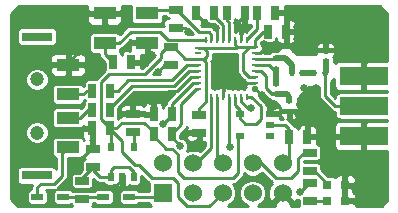
<source format=gtl>
G04 (created by PCBNEW (2013-07-07 BZR 4022)-stable) date 2015/9/10 11:53:31*
%MOIN*%
G04 Gerber Fmt 3.4, Leading zero omitted, Abs format*
%FSLAX34Y34*%
G01*
G70*
G90*
G04 APERTURE LIST*
%ADD10C,0.00590551*%
%ADD11R,0.045X0.025*%
%ADD12R,0.025X0.045*%
%ADD13R,0.16X0.06*%
%ADD14R,0.0748X0.0433*%
%ADD15R,0.0236X0.0098*%
%ADD16R,0.0098X0.0236*%
%ADD17R,0.02X0.03*%
%ADD18R,0.03X0.02*%
%ADD19R,0.06X0.06*%
%ADD20C,0.06*%
%ADD21R,0.0394X0.0236*%
%ADD22R,0.0314X0.0314*%
%ADD23R,0.0768X0.0402*%
%ADD24R,0.1024X0.0315*%
%ADD25C,0.0472*%
%ADD26R,0.0236X0.0157*%
%ADD27R,0.0157X0.0236*%
%ADD28C,0.025*%
%ADD29C,0.01*%
%ADD30C,0.02*%
G04 APERTURE END LIST*
G54D10*
G54D11*
X10236Y-5694D03*
X10236Y-5094D03*
X10236Y-6717D03*
X10236Y-6117D03*
G54D12*
X5615Y-3819D03*
X5015Y-3819D03*
X8480Y-433D03*
X9080Y-433D03*
X5615Y-4488D03*
X5015Y-4488D03*
X3568Y-3031D03*
X2968Y-3031D03*
X3568Y-3661D03*
X2968Y-3661D03*
G54D11*
X2638Y-6039D03*
X2638Y-6639D03*
G54D13*
X12028Y-3543D03*
X12028Y-2543D03*
X12028Y-4543D03*
G54D14*
X3385Y-453D03*
X4803Y-453D03*
X3385Y-1437D03*
X4803Y-1437D03*
G54D15*
X6495Y-1593D03*
X6495Y-1790D03*
X6495Y-1987D03*
X6495Y-2184D03*
X6495Y-2380D03*
X6495Y-2577D03*
X6495Y-2774D03*
X6495Y-2971D03*
G54D16*
X7537Y-3227D03*
X7733Y-3227D03*
X7930Y-3227D03*
X8127Y-3227D03*
X6750Y-3227D03*
X6947Y-3227D03*
X7144Y-3227D03*
X7340Y-3227D03*
G54D15*
X8383Y-2969D03*
X8384Y-2772D03*
X8384Y-2576D03*
X8384Y-2379D03*
X8384Y-2182D03*
X8384Y-1985D03*
X8384Y-1788D03*
X8384Y-1591D03*
G54D16*
X8128Y-1336D03*
X7931Y-1336D03*
X7734Y-1336D03*
X7538Y-1336D03*
X7341Y-1336D03*
X7144Y-1336D03*
X6947Y-1336D03*
X6750Y-1336D03*
G54D17*
X3601Y-5894D03*
X4351Y-5894D03*
X3601Y-4894D03*
X3976Y-5894D03*
X4351Y-4894D03*
G54D18*
X8886Y-4548D03*
X8886Y-3798D03*
X7886Y-4548D03*
X8886Y-4173D03*
X7886Y-3798D03*
G54D11*
X2992Y-5576D03*
X2992Y-4976D03*
X4331Y-4394D03*
X4331Y-3794D03*
G54D12*
X3568Y-4291D03*
X2968Y-4291D03*
G54D19*
X5323Y-6445D03*
G54D20*
X5323Y-5445D03*
X6323Y-6445D03*
X6323Y-5445D03*
X7323Y-6445D03*
X7323Y-5445D03*
X8323Y-6445D03*
X8323Y-5445D03*
X9323Y-6445D03*
X9323Y-5445D03*
G54D12*
X7456Y-433D03*
X8056Y-433D03*
X7032Y-433D03*
X6432Y-433D03*
X3676Y-2087D03*
X4276Y-2087D03*
G54D11*
X5748Y-330D03*
X5748Y-930D03*
X5591Y-1590D03*
X5591Y-2190D03*
X6535Y-3834D03*
X6535Y-4434D03*
G54D12*
X8834Y-1063D03*
X9434Y-1063D03*
G54D21*
X2008Y-6575D03*
X1142Y-6575D03*
X3347Y-6575D03*
X4213Y-6575D03*
G54D22*
X10807Y-6181D03*
X11397Y-6181D03*
X10807Y-6693D03*
X11397Y-6693D03*
G54D23*
X2165Y-3149D03*
X2165Y-3937D03*
X2165Y-2165D03*
X2165Y-4921D03*
G54D24*
X1132Y-1232D03*
X1117Y-5854D03*
G54D25*
X1132Y-2657D03*
X1132Y-4429D03*
G54D26*
X9547Y-3366D03*
X9547Y-3720D03*
G54D27*
X10728Y-2441D03*
X10374Y-2441D03*
G54D26*
X10748Y-2027D03*
X10748Y-1673D03*
X9094Y-1949D03*
X9094Y-2303D03*
G54D27*
X9980Y-2441D03*
X9626Y-2441D03*
G54D26*
X9094Y-3149D03*
X9094Y-2795D03*
G54D12*
X9543Y-4567D03*
X10143Y-4567D03*
G54D28*
X7559Y-4921D03*
X5315Y-4134D03*
X5906Y-4882D03*
X2520Y-1732D03*
X7323Y-2874D03*
X6457Y-4764D03*
X10039Y-2953D03*
X5157Y-2402D03*
X11300Y-5400D03*
X4331Y-3386D03*
X3701Y-6260D03*
X9900Y-400D03*
X12400Y-900D03*
X7795Y-787D03*
X9823Y-3799D03*
X9800Y-1300D03*
X4685Y-2087D03*
X6181Y-1063D03*
X11772Y-6417D03*
X3425Y-906D03*
X10433Y-2953D03*
X8071Y-984D03*
X10900Y-400D03*
X9055Y-3543D03*
X10433Y-3346D03*
X7992Y-2756D03*
X12700Y-5400D03*
X12400Y-1900D03*
X10300Y-1700D03*
X10800Y-5400D03*
X12700Y-5900D03*
X12300Y-6700D03*
X12300Y-5400D03*
X10800Y-4900D03*
X10827Y-3740D03*
X11772Y-6732D03*
X12700Y-6400D03*
X9800Y-1700D03*
X11400Y-1900D03*
X10236Y-4134D03*
X6732Y-787D03*
X11800Y-5400D03*
X12400Y-400D03*
X8622Y-3189D03*
X10039Y-3543D03*
X2795Y-2165D03*
X12400Y-1400D03*
X4961Y-1850D03*
X9449Y-433D03*
X11400Y-400D03*
X10400Y-400D03*
X9800Y-900D03*
X11900Y-400D03*
X5362Y-3201D03*
X7087Y-945D03*
X8696Y-1490D03*
X11900Y-1900D03*
X10800Y-4400D03*
X4882Y-3386D03*
X2480Y-5433D03*
X8268Y-3622D03*
X9882Y-6417D03*
G54D29*
X8071Y-4134D02*
X7886Y-3949D01*
X8425Y-4134D02*
X8071Y-4134D01*
X8583Y-3976D02*
X8425Y-4134D01*
X7886Y-3673D02*
X7733Y-3520D01*
X7886Y-3798D02*
X7886Y-3673D01*
X8583Y-3543D02*
X8583Y-3976D01*
X7733Y-3520D02*
X7733Y-3227D01*
X7886Y-3949D02*
X7886Y-3798D01*
X8127Y-3227D02*
X8267Y-3227D01*
X8267Y-3227D02*
X8583Y-3543D01*
X8594Y-5445D02*
X9094Y-5945D01*
X7537Y-4899D02*
X7559Y-4921D01*
X9843Y-5275D02*
X10024Y-5094D01*
X9094Y-5945D02*
X9606Y-5945D01*
X9843Y-5708D02*
X9843Y-5275D01*
X8323Y-5445D02*
X8594Y-5445D01*
X9606Y-5945D02*
X9843Y-5708D01*
X10024Y-5094D02*
X10236Y-5094D01*
X7537Y-3227D02*
X7537Y-4899D01*
X7144Y-5266D02*
X7323Y-5445D01*
X7144Y-3227D02*
X7144Y-5266D01*
X5615Y-3819D02*
X5615Y-3834D01*
X6495Y-2774D02*
X6320Y-2774D01*
X5615Y-3479D02*
X5615Y-3819D01*
X6320Y-2774D02*
X5615Y-3479D01*
X5615Y-3834D02*
X5315Y-4134D01*
X5615Y-4591D02*
X5906Y-4882D01*
X6495Y-2971D02*
X6439Y-2971D01*
X5945Y-4158D02*
X5615Y-4488D01*
X5945Y-3465D02*
X5945Y-4158D01*
X6439Y-2971D02*
X5945Y-3465D01*
X5615Y-4488D02*
X5615Y-4591D01*
X6947Y-4943D02*
X6445Y-5445D01*
X6445Y-5445D02*
X6323Y-5445D01*
X6947Y-3227D02*
X6947Y-4943D01*
X3568Y-3597D02*
X4291Y-2874D01*
X5710Y-2874D02*
X6204Y-2380D01*
X6204Y-2380D02*
X6495Y-2380D01*
X4291Y-2874D02*
X5710Y-2874D01*
X3568Y-3661D02*
X3568Y-3597D01*
X3819Y-3031D02*
X4173Y-2677D01*
X4173Y-2677D02*
X5630Y-2677D01*
X5630Y-2677D02*
X6123Y-2184D01*
X6123Y-2184D02*
X6495Y-2184D01*
X3568Y-3031D02*
X3819Y-3031D01*
X8662Y-1063D02*
X8834Y-1063D01*
X6495Y-1987D02*
X6672Y-1987D01*
X5276Y-1929D02*
X5276Y-1771D01*
X8384Y-1341D02*
X8662Y-1063D01*
X8186Y-2576D02*
X7990Y-2380D01*
X8208Y-1591D02*
X8384Y-1591D01*
X6535Y-3622D02*
X6750Y-3407D01*
X7835Y-5787D02*
X7835Y-4599D01*
X3544Y-2480D02*
X4725Y-2480D01*
X4684Y-4094D02*
X5015Y-4425D01*
X7811Y-1591D02*
X8384Y-1591D01*
X6809Y-1711D02*
X6809Y-1887D01*
X3601Y-4894D02*
X3601Y-4324D01*
X4527Y-5512D02*
X4960Y-5945D01*
X3601Y-4324D02*
X3568Y-4291D01*
X6672Y-1987D02*
X6750Y-2065D01*
X6750Y-3407D02*
X6750Y-3227D01*
X6023Y-5945D02*
X7677Y-5945D01*
X5684Y-1590D02*
X6081Y-1987D01*
X5827Y-5158D02*
X5827Y-5749D01*
X3976Y-4094D02*
X4684Y-4094D01*
X7734Y-1336D02*
X7734Y-1514D01*
X5827Y-5749D02*
X6023Y-5945D01*
X6142Y-6890D02*
X6878Y-6890D01*
X5015Y-4543D02*
X5433Y-4961D01*
X5669Y-5945D02*
X5827Y-6103D01*
X4960Y-5945D02*
X5669Y-5945D01*
X6709Y-1987D02*
X6495Y-1987D01*
X5433Y-4961D02*
X5630Y-4961D01*
X3976Y-5078D02*
X4410Y-5512D01*
X7990Y-2380D02*
X7990Y-1809D01*
X3568Y-4291D02*
X3568Y-4316D01*
X5827Y-6103D02*
X5827Y-6575D01*
X8384Y-1591D02*
X8384Y-1341D01*
X6691Y-1593D02*
X6809Y-1711D01*
X5457Y-1590D02*
X5591Y-1590D01*
X8384Y-2576D02*
X8186Y-2576D01*
X4725Y-2480D02*
X5276Y-1929D01*
X3568Y-4277D02*
X3268Y-3977D01*
X5276Y-1771D02*
X5457Y-1590D01*
X3568Y-4291D02*
X3779Y-4291D01*
X6750Y-2065D02*
X6750Y-3227D01*
X3976Y-4724D02*
X3976Y-5078D01*
X7835Y-4599D02*
X7886Y-4548D01*
X5015Y-4425D02*
X5015Y-4488D01*
X3268Y-3977D02*
X3268Y-2756D01*
X7677Y-5945D02*
X7835Y-5787D01*
X4410Y-5512D02*
X4527Y-5512D01*
X6878Y-6890D02*
X7323Y-6445D01*
X3568Y-4291D02*
X3568Y-4277D01*
X5827Y-6575D02*
X6142Y-6890D01*
X6495Y-1593D02*
X6691Y-1593D01*
X6809Y-1887D02*
X6709Y-1987D01*
X6535Y-3834D02*
X6535Y-3622D01*
X3268Y-2756D02*
X3544Y-2480D01*
X7809Y-1593D02*
X7811Y-1591D01*
X3779Y-4291D02*
X3976Y-4094D01*
X5630Y-4961D02*
X5827Y-5158D01*
X5591Y-1590D02*
X5684Y-1590D01*
X7734Y-1514D02*
X7811Y-1591D01*
X3568Y-4316D02*
X3976Y-4724D01*
X6495Y-1593D02*
X7809Y-1593D01*
X7990Y-1809D02*
X8208Y-1591D01*
X6081Y-1987D02*
X6495Y-1987D01*
X5015Y-4488D02*
X5015Y-4543D01*
X2937Y-4976D02*
X2480Y-5433D01*
X6495Y-2577D02*
X6253Y-2577D01*
X9800Y-1700D02*
X9800Y-1300D01*
X7931Y-1124D02*
X8071Y-984D01*
X5015Y-3819D02*
X5015Y-3519D01*
X7144Y-1336D02*
X7144Y-1002D01*
X5748Y-930D02*
X6048Y-930D01*
X7144Y-1002D02*
X7087Y-945D01*
X10400Y-400D02*
X9900Y-400D01*
X2165Y-2165D02*
X2795Y-2165D01*
X8383Y-2969D02*
X8402Y-2969D01*
X6432Y-433D02*
X6432Y-487D01*
X8886Y-3798D02*
X8886Y-3712D01*
X6432Y-487D02*
X6732Y-787D01*
X5015Y-3519D02*
X4882Y-3386D01*
X10721Y-1700D02*
X10748Y-1673D01*
X4803Y-1692D02*
X4961Y-1850D01*
X11279Y-1673D02*
X10748Y-1673D01*
X11400Y-400D02*
X10900Y-400D01*
X8056Y-526D02*
X7795Y-787D01*
X4803Y-1437D02*
X4803Y-1692D01*
X7931Y-1336D02*
X7931Y-1124D01*
X8384Y-2772D02*
X8008Y-2772D01*
X2992Y-4976D02*
X2937Y-4976D01*
X12400Y-1400D02*
X12400Y-900D01*
X3385Y-866D02*
X3425Y-906D01*
X9823Y-3799D02*
X9823Y-3759D01*
X5591Y-2190D02*
X5369Y-2190D01*
X3976Y-5894D02*
X3976Y-5985D01*
X9547Y-3720D02*
X9744Y-3720D01*
X6048Y-930D02*
X6181Y-1063D01*
X10039Y-2953D02*
X10433Y-2953D01*
X8558Y-1788D02*
X8696Y-1650D01*
X7340Y-3227D02*
X7340Y-2891D01*
X9800Y-900D02*
X9637Y-1063D01*
X8008Y-2772D02*
X7992Y-2756D01*
X5516Y-3047D02*
X5362Y-3201D01*
X9823Y-3759D02*
X10039Y-3543D01*
X11397Y-6181D02*
X11536Y-6181D01*
X6253Y-2577D02*
X5783Y-3047D01*
X4331Y-3794D02*
X4331Y-3386D01*
X2165Y-2087D02*
X2520Y-1732D01*
X8056Y-433D02*
X8056Y-526D01*
X9744Y-3720D02*
X9823Y-3799D01*
X3385Y-453D02*
X3385Y-866D01*
X7340Y-2891D02*
X7323Y-2874D01*
X10433Y-3346D02*
X10827Y-3740D01*
X8886Y-3712D02*
X9055Y-3543D01*
X10120Y-3720D02*
X9547Y-3720D01*
X11397Y-6693D02*
X11733Y-6693D01*
X3976Y-5985D02*
X3701Y-6260D01*
X10800Y-4400D02*
X10120Y-3720D01*
X11900Y-1900D02*
X12400Y-1900D01*
X12400Y-400D02*
X11900Y-400D01*
X10800Y-4900D02*
X10800Y-5400D01*
X10143Y-4567D02*
X10143Y-4227D01*
X11733Y-6693D02*
X11772Y-6732D01*
X11536Y-6181D02*
X11772Y-6417D01*
X10300Y-1700D02*
X10721Y-1700D01*
X12268Y-6732D02*
X11772Y-6732D01*
X5783Y-3047D02*
X5516Y-3047D01*
X12300Y-5400D02*
X12700Y-5400D01*
X12300Y-6700D02*
X12268Y-6732D01*
X11300Y-5400D02*
X11800Y-5400D01*
X10143Y-4227D02*
X10236Y-4134D01*
X12700Y-5900D02*
X12700Y-6400D01*
X4276Y-2087D02*
X4685Y-2087D01*
X9449Y-433D02*
X9080Y-433D01*
X11400Y-1794D02*
X11279Y-1673D01*
X6535Y-4686D02*
X6457Y-4764D01*
X8384Y-1788D02*
X8558Y-1788D01*
X5369Y-2190D02*
X5157Y-2402D01*
X2165Y-2165D02*
X2165Y-2087D01*
X9637Y-1063D02*
X9434Y-1063D01*
X8696Y-1650D02*
X8696Y-1490D01*
X11400Y-1900D02*
X11400Y-1794D01*
X8402Y-2969D02*
X8622Y-3189D01*
X6535Y-4434D02*
X6535Y-4686D01*
X6850Y-1063D02*
X6535Y-1063D01*
X6947Y-1336D02*
X6947Y-1160D01*
X5748Y-330D02*
X4926Y-330D01*
X6535Y-1063D02*
X5802Y-330D01*
X4926Y-330D02*
X4803Y-453D01*
X5802Y-330D02*
X5748Y-330D01*
X6947Y-1160D02*
X6850Y-1063D01*
X4252Y-1063D02*
X3878Y-1437D01*
X3878Y-1437D02*
X3385Y-1437D01*
X5236Y-1063D02*
X4252Y-1063D01*
X5509Y-1336D02*
X5236Y-1063D01*
X3385Y-1437D02*
X3385Y-1796D01*
X6750Y-1336D02*
X5509Y-1336D01*
X3385Y-1796D02*
X3676Y-2087D01*
X2678Y-3149D02*
X2796Y-3031D01*
X2165Y-3149D02*
X2678Y-3149D01*
X2796Y-3031D02*
X2968Y-3031D01*
X2165Y-3937D02*
X2559Y-3937D01*
X2835Y-3661D02*
X2968Y-3661D01*
X2559Y-3937D02*
X2835Y-3661D01*
X4351Y-4894D02*
X4351Y-4414D01*
X4351Y-4414D02*
X4331Y-4394D01*
X1969Y-5866D02*
X1969Y-5117D01*
X1969Y-5117D02*
X2165Y-4921D01*
X1693Y-6142D02*
X1969Y-5866D01*
X1259Y-6142D02*
X1693Y-6142D01*
X1142Y-6575D02*
X1142Y-6259D01*
X1142Y-6259D02*
X1259Y-6142D01*
X5193Y-6575D02*
X5323Y-6445D01*
X4213Y-6575D02*
X5193Y-6575D01*
X7538Y-767D02*
X7456Y-685D01*
X7456Y-685D02*
X7456Y-433D01*
X7538Y-1336D02*
X7538Y-767D01*
X7032Y-536D02*
X7341Y-845D01*
X7341Y-845D02*
X7341Y-1336D01*
X7032Y-433D02*
X7032Y-536D01*
X8128Y-1336D02*
X8128Y-1321D01*
X8480Y-969D02*
X8480Y-433D01*
X8128Y-1321D02*
X8480Y-969D01*
X9058Y-1985D02*
X9094Y-1949D01*
G54D30*
X9094Y-1949D02*
X9390Y-1949D01*
X9626Y-2185D02*
X9626Y-2441D01*
G54D29*
X8384Y-1985D02*
X9058Y-1985D01*
G54D30*
X9390Y-1949D02*
X9626Y-2185D01*
X9980Y-2441D02*
X10374Y-2441D01*
X9094Y-2303D02*
X9094Y-2795D01*
G54D29*
X8384Y-2182D02*
X8875Y-2182D01*
X8875Y-2182D02*
X8996Y-2303D01*
X8996Y-2303D02*
X9094Y-2303D01*
X7930Y-3227D02*
X7930Y-3402D01*
X8150Y-3622D02*
X8268Y-3622D01*
X9882Y-6417D02*
X10182Y-6117D01*
X7930Y-3402D02*
X8150Y-3622D01*
X10182Y-6117D02*
X10236Y-6117D01*
X10783Y-6717D02*
X10807Y-6693D01*
X10236Y-6717D02*
X10783Y-6717D01*
X10379Y-5694D02*
X10807Y-6122D01*
X10236Y-5694D02*
X10379Y-5694D01*
X10807Y-6122D02*
X10807Y-6181D01*
X11062Y-3543D02*
X12028Y-3543D01*
G54D30*
X10748Y-2421D02*
X10728Y-2441D01*
G54D29*
X10728Y-2441D02*
X10728Y-3209D01*
G54D30*
X10748Y-2027D02*
X10748Y-2421D01*
G54D29*
X10728Y-3209D02*
X11062Y-3543D01*
X2638Y-5930D02*
X2992Y-5576D01*
X4351Y-5729D02*
X4351Y-5894D01*
X4213Y-5591D02*
X4351Y-5729D01*
X3601Y-5690D02*
X3700Y-5591D01*
X3700Y-5591D02*
X4213Y-5591D01*
X2992Y-5576D02*
X2992Y-5670D01*
X3216Y-5894D02*
X3601Y-5894D01*
X2992Y-5670D02*
X3216Y-5894D01*
X2638Y-6039D02*
X2638Y-5930D01*
X3601Y-5894D02*
X3601Y-5690D01*
X2008Y-6575D02*
X2574Y-6575D01*
X2574Y-6575D02*
X2638Y-6639D01*
X3347Y-6575D02*
X2702Y-6575D01*
X2702Y-6575D02*
X2638Y-6639D01*
X9543Y-4306D02*
X9543Y-4567D01*
X8886Y-4173D02*
X9410Y-4173D01*
X9543Y-4567D02*
X9543Y-5225D01*
X9410Y-4173D02*
X9543Y-4306D01*
X9543Y-5225D02*
X9323Y-5445D01*
X9094Y-3149D02*
X8976Y-3149D01*
X8600Y-2379D02*
X8384Y-2379D01*
X8780Y-2559D02*
X8600Y-2379D01*
X8780Y-2953D02*
X8780Y-2559D01*
X8976Y-3149D02*
X8780Y-2953D01*
G54D30*
X9094Y-3149D02*
X9448Y-3149D01*
X9547Y-3248D02*
X9547Y-3366D01*
X9448Y-3149D02*
X9547Y-3248D01*
G54D10*
G36*
X4927Y-6862D02*
X2977Y-6862D01*
X2990Y-6849D01*
X3012Y-6793D01*
X3012Y-6775D01*
X3021Y-6775D01*
X3022Y-6777D01*
X3064Y-6820D01*
X3120Y-6842D01*
X3179Y-6843D01*
X3573Y-6843D01*
X3628Y-6820D01*
X3671Y-6778D01*
X3693Y-6722D01*
X3694Y-6663D01*
X3694Y-6427D01*
X3671Y-6372D01*
X3629Y-6329D01*
X3573Y-6307D01*
X3514Y-6306D01*
X3120Y-6306D01*
X3065Y-6329D01*
X3022Y-6371D01*
X3021Y-6375D01*
X2919Y-6375D01*
X2892Y-6364D01*
X2833Y-6363D01*
X2383Y-6363D01*
X2356Y-6375D01*
X2333Y-6375D01*
X2332Y-6372D01*
X2290Y-6329D01*
X2234Y-6307D01*
X2175Y-6306D01*
X1799Y-6306D01*
X1834Y-6283D01*
X2110Y-6007D01*
X2153Y-5942D01*
X2153Y-5942D01*
X2156Y-5929D01*
X2168Y-5866D01*
X2169Y-5866D01*
X2169Y-5272D01*
X2578Y-5272D01*
X2632Y-5249D01*
X2653Y-5270D01*
X2727Y-5300D01*
X2737Y-5300D01*
X2682Y-5323D01*
X2639Y-5365D01*
X2617Y-5421D01*
X2616Y-5480D01*
X2616Y-5668D01*
X2521Y-5763D01*
X2383Y-5763D01*
X2328Y-5786D01*
X2285Y-5828D01*
X2263Y-5884D01*
X2262Y-5943D01*
X2262Y-6193D01*
X2285Y-6248D01*
X2327Y-6291D01*
X2383Y-6313D01*
X2442Y-6314D01*
X2892Y-6314D01*
X2947Y-6291D01*
X2990Y-6249D01*
X3012Y-6193D01*
X3013Y-6134D01*
X3013Y-5973D01*
X3074Y-6035D01*
X3074Y-6035D01*
X3117Y-6064D01*
X3139Y-6078D01*
X3139Y-6078D01*
X3215Y-6093D01*
X3216Y-6094D01*
X3359Y-6094D01*
X3373Y-6128D01*
X3415Y-6171D01*
X3471Y-6193D01*
X3530Y-6194D01*
X3730Y-6194D01*
X3739Y-6190D01*
X3762Y-6213D01*
X3836Y-6244D01*
X3876Y-6244D01*
X3926Y-6194D01*
X3926Y-5944D01*
X3918Y-5944D01*
X3918Y-5844D01*
X3926Y-5844D01*
X3926Y-5836D01*
X4026Y-5836D01*
X4026Y-5844D01*
X4033Y-5844D01*
X4033Y-5944D01*
X4026Y-5944D01*
X4026Y-6194D01*
X4076Y-6244D01*
X4115Y-6244D01*
X4189Y-6213D01*
X4212Y-6190D01*
X4221Y-6193D01*
X4280Y-6194D01*
X4480Y-6194D01*
X4535Y-6171D01*
X4578Y-6129D01*
X4600Y-6073D01*
X4601Y-6014D01*
X4601Y-5868D01*
X4818Y-6086D01*
X4873Y-6122D01*
X4872Y-6174D01*
X4872Y-6375D01*
X4538Y-6375D01*
X4537Y-6372D01*
X4495Y-6329D01*
X4439Y-6307D01*
X4380Y-6306D01*
X3986Y-6306D01*
X3931Y-6329D01*
X3888Y-6371D01*
X3866Y-6427D01*
X3865Y-6486D01*
X3865Y-6722D01*
X3888Y-6777D01*
X3930Y-6820D01*
X3986Y-6842D01*
X4045Y-6843D01*
X4439Y-6843D01*
X4494Y-6820D01*
X4537Y-6778D01*
X4538Y-6775D01*
X4873Y-6775D01*
X4895Y-6829D01*
X4927Y-6862D01*
X4927Y-6862D01*
G37*
G54D29*
X4927Y-6862D02*
X2977Y-6862D01*
X2990Y-6849D01*
X3012Y-6793D01*
X3012Y-6775D01*
X3021Y-6775D01*
X3022Y-6777D01*
X3064Y-6820D01*
X3120Y-6842D01*
X3179Y-6843D01*
X3573Y-6843D01*
X3628Y-6820D01*
X3671Y-6778D01*
X3693Y-6722D01*
X3694Y-6663D01*
X3694Y-6427D01*
X3671Y-6372D01*
X3629Y-6329D01*
X3573Y-6307D01*
X3514Y-6306D01*
X3120Y-6306D01*
X3065Y-6329D01*
X3022Y-6371D01*
X3021Y-6375D01*
X2919Y-6375D01*
X2892Y-6364D01*
X2833Y-6363D01*
X2383Y-6363D01*
X2356Y-6375D01*
X2333Y-6375D01*
X2332Y-6372D01*
X2290Y-6329D01*
X2234Y-6307D01*
X2175Y-6306D01*
X1799Y-6306D01*
X1834Y-6283D01*
X2110Y-6007D01*
X2153Y-5942D01*
X2153Y-5942D01*
X2156Y-5929D01*
X2168Y-5866D01*
X2169Y-5866D01*
X2169Y-5272D01*
X2578Y-5272D01*
X2632Y-5249D01*
X2653Y-5270D01*
X2727Y-5300D01*
X2737Y-5300D01*
X2682Y-5323D01*
X2639Y-5365D01*
X2617Y-5421D01*
X2616Y-5480D01*
X2616Y-5668D01*
X2521Y-5763D01*
X2383Y-5763D01*
X2328Y-5786D01*
X2285Y-5828D01*
X2263Y-5884D01*
X2262Y-5943D01*
X2262Y-6193D01*
X2285Y-6248D01*
X2327Y-6291D01*
X2383Y-6313D01*
X2442Y-6314D01*
X2892Y-6314D01*
X2947Y-6291D01*
X2990Y-6249D01*
X3012Y-6193D01*
X3013Y-6134D01*
X3013Y-5973D01*
X3074Y-6035D01*
X3074Y-6035D01*
X3117Y-6064D01*
X3139Y-6078D01*
X3139Y-6078D01*
X3215Y-6093D01*
X3216Y-6094D01*
X3359Y-6094D01*
X3373Y-6128D01*
X3415Y-6171D01*
X3471Y-6193D01*
X3530Y-6194D01*
X3730Y-6194D01*
X3739Y-6190D01*
X3762Y-6213D01*
X3836Y-6244D01*
X3876Y-6244D01*
X3926Y-6194D01*
X3926Y-5944D01*
X3918Y-5944D01*
X3918Y-5844D01*
X3926Y-5844D01*
X3926Y-5836D01*
X4026Y-5836D01*
X4026Y-5844D01*
X4033Y-5844D01*
X4033Y-5944D01*
X4026Y-5944D01*
X4026Y-6194D01*
X4076Y-6244D01*
X4115Y-6244D01*
X4189Y-6213D01*
X4212Y-6190D01*
X4221Y-6193D01*
X4280Y-6194D01*
X4480Y-6194D01*
X4535Y-6171D01*
X4578Y-6129D01*
X4600Y-6073D01*
X4601Y-6014D01*
X4601Y-5868D01*
X4818Y-6086D01*
X4873Y-6122D01*
X4872Y-6174D01*
X4872Y-6375D01*
X4538Y-6375D01*
X4537Y-6372D01*
X4495Y-6329D01*
X4439Y-6307D01*
X4380Y-6306D01*
X3986Y-6306D01*
X3931Y-6329D01*
X3888Y-6371D01*
X3866Y-6427D01*
X3865Y-6486D01*
X3865Y-6722D01*
X3888Y-6777D01*
X3930Y-6820D01*
X3986Y-6842D01*
X4045Y-6843D01*
X4439Y-6843D01*
X4494Y-6820D01*
X4537Y-6778D01*
X4538Y-6775D01*
X4873Y-6775D01*
X4895Y-6829D01*
X4927Y-6862D01*
G54D10*
G36*
X5068Y-1853D02*
X4753Y-2169D01*
X4642Y-2280D01*
X4601Y-2280D01*
X4601Y-2272D01*
X4601Y-2187D01*
X4551Y-2137D01*
X4326Y-2137D01*
X4326Y-2144D01*
X4226Y-2144D01*
X4226Y-2137D01*
X4218Y-2137D01*
X4218Y-2037D01*
X4226Y-2037D01*
X4226Y-2029D01*
X4326Y-2029D01*
X4326Y-2037D01*
X4551Y-2037D01*
X4601Y-1987D01*
X4601Y-1901D01*
X4600Y-1853D01*
X4703Y-1853D01*
X4753Y-1803D01*
X4753Y-1487D01*
X4279Y-1487D01*
X4229Y-1537D01*
X4228Y-1613D01*
X4229Y-1662D01*
X4225Y-1662D01*
X4225Y-1711D01*
X4176Y-1662D01*
X4111Y-1661D01*
X4037Y-1692D01*
X3981Y-1748D01*
X3951Y-1822D01*
X3951Y-1832D01*
X3928Y-1777D01*
X3887Y-1735D01*
X3908Y-1683D01*
X3909Y-1630D01*
X3954Y-1621D01*
X4019Y-1578D01*
X4244Y-1352D01*
X4279Y-1387D01*
X4753Y-1387D01*
X4753Y-1379D01*
X4853Y-1379D01*
X4853Y-1387D01*
X4860Y-1387D01*
X4860Y-1487D01*
X4853Y-1487D01*
X4853Y-1803D01*
X4903Y-1853D01*
X5068Y-1853D01*
X5068Y-1853D01*
G37*
G54D29*
X5068Y-1853D02*
X4753Y-2169D01*
X4642Y-2280D01*
X4601Y-2280D01*
X4601Y-2272D01*
X4601Y-2187D01*
X4551Y-2137D01*
X4326Y-2137D01*
X4326Y-2144D01*
X4226Y-2144D01*
X4226Y-2137D01*
X4218Y-2137D01*
X4218Y-2037D01*
X4226Y-2037D01*
X4226Y-2029D01*
X4326Y-2029D01*
X4326Y-2037D01*
X4551Y-2037D01*
X4601Y-1987D01*
X4601Y-1901D01*
X4600Y-1853D01*
X4703Y-1853D01*
X4753Y-1803D01*
X4753Y-1487D01*
X4279Y-1487D01*
X4229Y-1537D01*
X4228Y-1613D01*
X4229Y-1662D01*
X4225Y-1662D01*
X4225Y-1711D01*
X4176Y-1662D01*
X4111Y-1661D01*
X4037Y-1692D01*
X3981Y-1748D01*
X3951Y-1822D01*
X3951Y-1832D01*
X3928Y-1777D01*
X3887Y-1735D01*
X3908Y-1683D01*
X3909Y-1630D01*
X3954Y-1621D01*
X4019Y-1578D01*
X4244Y-1352D01*
X4279Y-1387D01*
X4753Y-1387D01*
X4753Y-1379D01*
X4853Y-1379D01*
X4853Y-1387D01*
X4860Y-1387D01*
X4860Y-1487D01*
X4853Y-1487D01*
X4853Y-1803D01*
X4903Y-1853D01*
X5068Y-1853D01*
G54D10*
G36*
X5245Y-2477D02*
X5010Y-2477D01*
X5165Y-2321D01*
X5165Y-2354D01*
X5196Y-2428D01*
X5245Y-2477D01*
X5245Y-2477D01*
G37*
G54D29*
X5245Y-2477D02*
X5010Y-2477D01*
X5165Y-2321D01*
X5165Y-2354D01*
X5196Y-2428D01*
X5245Y-2477D01*
G54D10*
G36*
X5522Y-604D02*
X5483Y-605D01*
X5409Y-635D01*
X5353Y-691D01*
X5322Y-765D01*
X5323Y-830D01*
X5372Y-879D01*
X5323Y-879D01*
X5323Y-885D01*
X5312Y-878D01*
X5236Y-863D01*
X4252Y-863D01*
X4188Y-875D01*
X4175Y-878D01*
X4110Y-921D01*
X3959Y-1073D01*
X3959Y-629D01*
X3959Y-553D01*
X3909Y-503D01*
X3435Y-503D01*
X3435Y-819D01*
X3485Y-869D01*
X3798Y-869D01*
X3872Y-839D01*
X3928Y-782D01*
X3958Y-709D01*
X3959Y-629D01*
X3959Y-1073D01*
X3889Y-1142D01*
X3886Y-1135D01*
X3844Y-1093D01*
X3788Y-1070D01*
X3729Y-1070D01*
X3335Y-1070D01*
X3335Y-819D01*
X3335Y-503D01*
X2861Y-503D01*
X2811Y-553D01*
X2810Y-629D01*
X2811Y-709D01*
X2841Y-782D01*
X2897Y-839D01*
X2971Y-869D01*
X3285Y-869D01*
X3335Y-819D01*
X3335Y-1070D01*
X2981Y-1070D01*
X2926Y-1093D01*
X2883Y-1135D01*
X2861Y-1190D01*
X2860Y-1250D01*
X2860Y-1683D01*
X2883Y-1738D01*
X2925Y-1780D01*
X2981Y-1803D01*
X3040Y-1803D01*
X3186Y-1803D01*
X3200Y-1872D01*
X3243Y-1937D01*
X3400Y-2094D01*
X3400Y-2340D01*
X3126Y-2614D01*
X3098Y-2656D01*
X3063Y-2655D01*
X2813Y-2655D01*
X2758Y-2678D01*
X2749Y-2687D01*
X2749Y-2405D01*
X2749Y-1924D01*
X2718Y-1850D01*
X2662Y-1794D01*
X2588Y-1764D01*
X2509Y-1763D01*
X2265Y-1764D01*
X2215Y-1814D01*
X2215Y-2115D01*
X2699Y-2115D01*
X2749Y-2065D01*
X2749Y-1924D01*
X2749Y-2405D01*
X2749Y-2265D01*
X2699Y-2215D01*
X2215Y-2215D01*
X2215Y-2516D01*
X2265Y-2566D01*
X2509Y-2566D01*
X2588Y-2565D01*
X2662Y-2535D01*
X2718Y-2479D01*
X2749Y-2405D01*
X2749Y-2687D01*
X2715Y-2720D01*
X2693Y-2776D01*
X2692Y-2835D01*
X2692Y-2863D01*
X2680Y-2872D01*
X2676Y-2863D01*
X2634Y-2820D01*
X2578Y-2798D01*
X2519Y-2797D01*
X2115Y-2797D01*
X2115Y-2516D01*
X2115Y-2215D01*
X2115Y-2115D01*
X2115Y-1814D01*
X2065Y-1764D01*
X1820Y-1763D01*
X1794Y-1763D01*
X1794Y-1359D01*
X1794Y-1044D01*
X1771Y-989D01*
X1729Y-947D01*
X1673Y-924D01*
X1614Y-924D01*
X590Y-924D01*
X535Y-947D01*
X492Y-989D01*
X470Y-1044D01*
X469Y-1104D01*
X469Y-1419D01*
X492Y-1474D01*
X534Y-1516D01*
X590Y-1539D01*
X649Y-1539D01*
X1673Y-1539D01*
X1728Y-1516D01*
X1771Y-1474D01*
X1793Y-1419D01*
X1794Y-1359D01*
X1794Y-1763D01*
X1741Y-1764D01*
X1667Y-1794D01*
X1611Y-1850D01*
X1580Y-1924D01*
X1581Y-2065D01*
X1631Y-2115D01*
X2115Y-2115D01*
X2115Y-2215D01*
X1631Y-2215D01*
X1581Y-2265D01*
X1580Y-2405D01*
X1611Y-2479D01*
X1667Y-2535D01*
X1741Y-2565D01*
X1820Y-2566D01*
X2065Y-2566D01*
X2115Y-2516D01*
X2115Y-2797D01*
X1751Y-2797D01*
X1696Y-2820D01*
X1653Y-2862D01*
X1631Y-2918D01*
X1630Y-2977D01*
X1630Y-3379D01*
X1653Y-3434D01*
X1695Y-3477D01*
X1751Y-3499D01*
X1810Y-3500D01*
X2578Y-3500D01*
X2633Y-3477D01*
X2676Y-3435D01*
X2698Y-3379D01*
X2699Y-3344D01*
X2716Y-3341D01*
X2720Y-3345D01*
X2715Y-3350D01*
X2693Y-3406D01*
X2692Y-3465D01*
X2692Y-3520D01*
X2613Y-3600D01*
X2578Y-3586D01*
X2519Y-3585D01*
X1751Y-3585D01*
X1696Y-3608D01*
X1653Y-3650D01*
X1631Y-3706D01*
X1630Y-3765D01*
X1630Y-4167D01*
X1653Y-4222D01*
X1695Y-4265D01*
X1751Y-4287D01*
X1810Y-4288D01*
X2578Y-4288D01*
X2633Y-4265D01*
X2675Y-4223D01*
X2693Y-4241D01*
X2918Y-4241D01*
X2918Y-4233D01*
X3018Y-4233D01*
X3018Y-4241D01*
X3025Y-4241D01*
X3025Y-4341D01*
X3018Y-4341D01*
X3018Y-4666D01*
X3047Y-4695D01*
X3042Y-4701D01*
X3042Y-4926D01*
X3049Y-4926D01*
X3049Y-5026D01*
X3042Y-5026D01*
X3042Y-5033D01*
X2942Y-5033D01*
X2942Y-5026D01*
X2934Y-5026D01*
X2934Y-4926D01*
X2942Y-4926D01*
X2942Y-4701D01*
X2912Y-4671D01*
X2918Y-4666D01*
X2918Y-4341D01*
X2693Y-4341D01*
X2643Y-4391D01*
X2642Y-4476D01*
X2643Y-4555D01*
X2673Y-4629D01*
X2704Y-4660D01*
X2689Y-4666D01*
X2676Y-4635D01*
X2634Y-4592D01*
X2578Y-4570D01*
X2519Y-4569D01*
X1751Y-4569D01*
X1696Y-4592D01*
X1653Y-4634D01*
X1631Y-4690D01*
X1630Y-4749D01*
X1630Y-5151D01*
X1653Y-5206D01*
X1695Y-5249D01*
X1751Y-5271D01*
X1769Y-5271D01*
X1769Y-5642D01*
X1756Y-5611D01*
X1714Y-5569D01*
X1658Y-5546D01*
X1599Y-5546D01*
X1518Y-5546D01*
X1518Y-4352D01*
X1518Y-2580D01*
X1459Y-2438D01*
X1350Y-2329D01*
X1209Y-2271D01*
X1055Y-2270D01*
X913Y-2329D01*
X804Y-2438D01*
X746Y-2579D01*
X745Y-2733D01*
X804Y-2875D01*
X913Y-2984D01*
X1054Y-3042D01*
X1208Y-3043D01*
X1350Y-2984D01*
X1459Y-2875D01*
X1517Y-2734D01*
X1518Y-2580D01*
X1518Y-4352D01*
X1459Y-4210D01*
X1350Y-4101D01*
X1209Y-4043D01*
X1055Y-4042D01*
X913Y-4101D01*
X804Y-4210D01*
X746Y-4351D01*
X745Y-4505D01*
X804Y-4647D01*
X913Y-4756D01*
X1054Y-4814D01*
X1208Y-4815D01*
X1350Y-4756D01*
X1459Y-4647D01*
X1517Y-4506D01*
X1518Y-4352D01*
X1518Y-5546D01*
X575Y-5546D01*
X520Y-5569D01*
X477Y-5611D01*
X455Y-5666D01*
X454Y-5726D01*
X454Y-6041D01*
X477Y-6096D01*
X519Y-6138D01*
X575Y-6161D01*
X634Y-6161D01*
X971Y-6161D01*
X957Y-6182D01*
X942Y-6259D01*
X942Y-6306D01*
X915Y-6306D01*
X860Y-6329D01*
X817Y-6371D01*
X795Y-6427D01*
X794Y-6486D01*
X794Y-6722D01*
X817Y-6777D01*
X859Y-6820D01*
X915Y-6842D01*
X974Y-6843D01*
X1368Y-6843D01*
X1423Y-6820D01*
X1466Y-6778D01*
X1488Y-6722D01*
X1489Y-6663D01*
X1489Y-6427D01*
X1466Y-6372D01*
X1436Y-6342D01*
X1693Y-6342D01*
X1719Y-6336D01*
X1683Y-6371D01*
X1661Y-6427D01*
X1660Y-6486D01*
X1660Y-6722D01*
X1683Y-6777D01*
X1725Y-6820D01*
X1781Y-6842D01*
X1840Y-6843D01*
X2234Y-6843D01*
X2276Y-6825D01*
X2285Y-6848D01*
X2298Y-6862D01*
X483Y-6862D01*
X264Y-6642D01*
X264Y-485D01*
X524Y-225D01*
X2811Y-225D01*
X2810Y-276D01*
X2811Y-353D01*
X2861Y-403D01*
X3335Y-403D01*
X3335Y-395D01*
X3435Y-395D01*
X3435Y-403D01*
X3909Y-403D01*
X3959Y-353D01*
X3959Y-276D01*
X3958Y-225D01*
X4279Y-225D01*
X4278Y-266D01*
X4278Y-699D01*
X4301Y-754D01*
X4343Y-796D01*
X4399Y-819D01*
X4458Y-819D01*
X5206Y-819D01*
X5261Y-796D01*
X5304Y-754D01*
X5326Y-699D01*
X5327Y-639D01*
X5327Y-530D01*
X5391Y-530D01*
X5395Y-539D01*
X5437Y-582D01*
X5493Y-604D01*
X5522Y-604D01*
X5522Y-604D01*
G37*
G54D29*
X5522Y-604D02*
X5483Y-605D01*
X5409Y-635D01*
X5353Y-691D01*
X5322Y-765D01*
X5323Y-830D01*
X5372Y-879D01*
X5323Y-879D01*
X5323Y-885D01*
X5312Y-878D01*
X5236Y-863D01*
X4252Y-863D01*
X4188Y-875D01*
X4175Y-878D01*
X4110Y-921D01*
X3959Y-1073D01*
X3959Y-629D01*
X3959Y-553D01*
X3909Y-503D01*
X3435Y-503D01*
X3435Y-819D01*
X3485Y-869D01*
X3798Y-869D01*
X3872Y-839D01*
X3928Y-782D01*
X3958Y-709D01*
X3959Y-629D01*
X3959Y-1073D01*
X3889Y-1142D01*
X3886Y-1135D01*
X3844Y-1093D01*
X3788Y-1070D01*
X3729Y-1070D01*
X3335Y-1070D01*
X3335Y-819D01*
X3335Y-503D01*
X2861Y-503D01*
X2811Y-553D01*
X2810Y-629D01*
X2811Y-709D01*
X2841Y-782D01*
X2897Y-839D01*
X2971Y-869D01*
X3285Y-869D01*
X3335Y-819D01*
X3335Y-1070D01*
X2981Y-1070D01*
X2926Y-1093D01*
X2883Y-1135D01*
X2861Y-1190D01*
X2860Y-1250D01*
X2860Y-1683D01*
X2883Y-1738D01*
X2925Y-1780D01*
X2981Y-1803D01*
X3040Y-1803D01*
X3186Y-1803D01*
X3200Y-1872D01*
X3243Y-1937D01*
X3400Y-2094D01*
X3400Y-2340D01*
X3126Y-2614D01*
X3098Y-2656D01*
X3063Y-2655D01*
X2813Y-2655D01*
X2758Y-2678D01*
X2749Y-2687D01*
X2749Y-2405D01*
X2749Y-1924D01*
X2718Y-1850D01*
X2662Y-1794D01*
X2588Y-1764D01*
X2509Y-1763D01*
X2265Y-1764D01*
X2215Y-1814D01*
X2215Y-2115D01*
X2699Y-2115D01*
X2749Y-2065D01*
X2749Y-1924D01*
X2749Y-2405D01*
X2749Y-2265D01*
X2699Y-2215D01*
X2215Y-2215D01*
X2215Y-2516D01*
X2265Y-2566D01*
X2509Y-2566D01*
X2588Y-2565D01*
X2662Y-2535D01*
X2718Y-2479D01*
X2749Y-2405D01*
X2749Y-2687D01*
X2715Y-2720D01*
X2693Y-2776D01*
X2692Y-2835D01*
X2692Y-2863D01*
X2680Y-2872D01*
X2676Y-2863D01*
X2634Y-2820D01*
X2578Y-2798D01*
X2519Y-2797D01*
X2115Y-2797D01*
X2115Y-2516D01*
X2115Y-2215D01*
X2115Y-2115D01*
X2115Y-1814D01*
X2065Y-1764D01*
X1820Y-1763D01*
X1794Y-1763D01*
X1794Y-1359D01*
X1794Y-1044D01*
X1771Y-989D01*
X1729Y-947D01*
X1673Y-924D01*
X1614Y-924D01*
X590Y-924D01*
X535Y-947D01*
X492Y-989D01*
X470Y-1044D01*
X469Y-1104D01*
X469Y-1419D01*
X492Y-1474D01*
X534Y-1516D01*
X590Y-1539D01*
X649Y-1539D01*
X1673Y-1539D01*
X1728Y-1516D01*
X1771Y-1474D01*
X1793Y-1419D01*
X1794Y-1359D01*
X1794Y-1763D01*
X1741Y-1764D01*
X1667Y-1794D01*
X1611Y-1850D01*
X1580Y-1924D01*
X1581Y-2065D01*
X1631Y-2115D01*
X2115Y-2115D01*
X2115Y-2215D01*
X1631Y-2215D01*
X1581Y-2265D01*
X1580Y-2405D01*
X1611Y-2479D01*
X1667Y-2535D01*
X1741Y-2565D01*
X1820Y-2566D01*
X2065Y-2566D01*
X2115Y-2516D01*
X2115Y-2797D01*
X1751Y-2797D01*
X1696Y-2820D01*
X1653Y-2862D01*
X1631Y-2918D01*
X1630Y-2977D01*
X1630Y-3379D01*
X1653Y-3434D01*
X1695Y-3477D01*
X1751Y-3499D01*
X1810Y-3500D01*
X2578Y-3500D01*
X2633Y-3477D01*
X2676Y-3435D01*
X2698Y-3379D01*
X2699Y-3344D01*
X2716Y-3341D01*
X2720Y-3345D01*
X2715Y-3350D01*
X2693Y-3406D01*
X2692Y-3465D01*
X2692Y-3520D01*
X2613Y-3600D01*
X2578Y-3586D01*
X2519Y-3585D01*
X1751Y-3585D01*
X1696Y-3608D01*
X1653Y-3650D01*
X1631Y-3706D01*
X1630Y-3765D01*
X1630Y-4167D01*
X1653Y-4222D01*
X1695Y-4265D01*
X1751Y-4287D01*
X1810Y-4288D01*
X2578Y-4288D01*
X2633Y-4265D01*
X2675Y-4223D01*
X2693Y-4241D01*
X2918Y-4241D01*
X2918Y-4233D01*
X3018Y-4233D01*
X3018Y-4241D01*
X3025Y-4241D01*
X3025Y-4341D01*
X3018Y-4341D01*
X3018Y-4666D01*
X3047Y-4695D01*
X3042Y-4701D01*
X3042Y-4926D01*
X3049Y-4926D01*
X3049Y-5026D01*
X3042Y-5026D01*
X3042Y-5033D01*
X2942Y-5033D01*
X2942Y-5026D01*
X2934Y-5026D01*
X2934Y-4926D01*
X2942Y-4926D01*
X2942Y-4701D01*
X2912Y-4671D01*
X2918Y-4666D01*
X2918Y-4341D01*
X2693Y-4341D01*
X2643Y-4391D01*
X2642Y-4476D01*
X2643Y-4555D01*
X2673Y-4629D01*
X2704Y-4660D01*
X2689Y-4666D01*
X2676Y-4635D01*
X2634Y-4592D01*
X2578Y-4570D01*
X2519Y-4569D01*
X1751Y-4569D01*
X1696Y-4592D01*
X1653Y-4634D01*
X1631Y-4690D01*
X1630Y-4749D01*
X1630Y-5151D01*
X1653Y-5206D01*
X1695Y-5249D01*
X1751Y-5271D01*
X1769Y-5271D01*
X1769Y-5642D01*
X1756Y-5611D01*
X1714Y-5569D01*
X1658Y-5546D01*
X1599Y-5546D01*
X1518Y-5546D01*
X1518Y-4352D01*
X1518Y-2580D01*
X1459Y-2438D01*
X1350Y-2329D01*
X1209Y-2271D01*
X1055Y-2270D01*
X913Y-2329D01*
X804Y-2438D01*
X746Y-2579D01*
X745Y-2733D01*
X804Y-2875D01*
X913Y-2984D01*
X1054Y-3042D01*
X1208Y-3043D01*
X1350Y-2984D01*
X1459Y-2875D01*
X1517Y-2734D01*
X1518Y-2580D01*
X1518Y-4352D01*
X1459Y-4210D01*
X1350Y-4101D01*
X1209Y-4043D01*
X1055Y-4042D01*
X913Y-4101D01*
X804Y-4210D01*
X746Y-4351D01*
X745Y-4505D01*
X804Y-4647D01*
X913Y-4756D01*
X1054Y-4814D01*
X1208Y-4815D01*
X1350Y-4756D01*
X1459Y-4647D01*
X1517Y-4506D01*
X1518Y-4352D01*
X1518Y-5546D01*
X575Y-5546D01*
X520Y-5569D01*
X477Y-5611D01*
X455Y-5666D01*
X454Y-5726D01*
X454Y-6041D01*
X477Y-6096D01*
X519Y-6138D01*
X575Y-6161D01*
X634Y-6161D01*
X971Y-6161D01*
X957Y-6182D01*
X942Y-6259D01*
X942Y-6306D01*
X915Y-6306D01*
X860Y-6329D01*
X817Y-6371D01*
X795Y-6427D01*
X794Y-6486D01*
X794Y-6722D01*
X817Y-6777D01*
X859Y-6820D01*
X915Y-6842D01*
X974Y-6843D01*
X1368Y-6843D01*
X1423Y-6820D01*
X1466Y-6778D01*
X1488Y-6722D01*
X1489Y-6663D01*
X1489Y-6427D01*
X1466Y-6372D01*
X1436Y-6342D01*
X1693Y-6342D01*
X1719Y-6336D01*
X1683Y-6371D01*
X1661Y-6427D01*
X1660Y-6486D01*
X1660Y-6722D01*
X1683Y-6777D01*
X1725Y-6820D01*
X1781Y-6842D01*
X1840Y-6843D01*
X2234Y-6843D01*
X2276Y-6825D01*
X2285Y-6848D01*
X2298Y-6862D01*
X483Y-6862D01*
X264Y-6642D01*
X264Y-485D01*
X524Y-225D01*
X2811Y-225D01*
X2810Y-276D01*
X2811Y-353D01*
X2861Y-403D01*
X3335Y-403D01*
X3335Y-395D01*
X3435Y-395D01*
X3435Y-403D01*
X3909Y-403D01*
X3959Y-353D01*
X3959Y-276D01*
X3958Y-225D01*
X4279Y-225D01*
X4278Y-266D01*
X4278Y-699D01*
X4301Y-754D01*
X4343Y-796D01*
X4399Y-819D01*
X4458Y-819D01*
X5206Y-819D01*
X5261Y-796D01*
X5304Y-754D01*
X5326Y-699D01*
X5327Y-639D01*
X5327Y-530D01*
X5391Y-530D01*
X5395Y-539D01*
X5437Y-582D01*
X5493Y-604D01*
X5522Y-604D01*
G54D10*
G36*
X5648Y-2240D02*
X5641Y-2240D01*
X5641Y-2247D01*
X5541Y-2247D01*
X5541Y-2240D01*
X5533Y-2240D01*
X5533Y-2140D01*
X5541Y-2140D01*
X5541Y-2132D01*
X5641Y-2132D01*
X5641Y-2140D01*
X5648Y-2140D01*
X5648Y-2240D01*
X5648Y-2240D01*
G37*
G54D29*
X5648Y-2240D02*
X5641Y-2240D01*
X5641Y-2247D01*
X5541Y-2247D01*
X5541Y-2240D01*
X5533Y-2240D01*
X5533Y-2140D01*
X5541Y-2140D01*
X5541Y-2132D01*
X5641Y-2132D01*
X5641Y-2140D01*
X5648Y-2140D01*
X5648Y-2240D01*
G54D10*
G36*
X5743Y-3067D02*
X5473Y-3337D01*
X5430Y-3402D01*
X5418Y-3461D01*
X5405Y-3466D01*
X5362Y-3508D01*
X5340Y-3564D01*
X5340Y-3593D01*
X5339Y-3554D01*
X5309Y-3480D01*
X5253Y-3424D01*
X5179Y-3393D01*
X5115Y-3394D01*
X5065Y-3444D01*
X5065Y-3769D01*
X5072Y-3769D01*
X5072Y-3869D01*
X5065Y-3869D01*
X5065Y-3876D01*
X4965Y-3876D01*
X4965Y-3869D01*
X4965Y-3769D01*
X4965Y-3444D01*
X4915Y-3394D01*
X4850Y-3393D01*
X4776Y-3424D01*
X4720Y-3480D01*
X4699Y-3530D01*
X4669Y-3499D01*
X4595Y-3469D01*
X4516Y-3468D01*
X4431Y-3469D01*
X4381Y-3519D01*
X4381Y-3744D01*
X4706Y-3744D01*
X4710Y-3739D01*
X4740Y-3769D01*
X4965Y-3769D01*
X4965Y-3869D01*
X4740Y-3869D01*
X4735Y-3873D01*
X4706Y-3844D01*
X4381Y-3844D01*
X4381Y-3851D01*
X4281Y-3851D01*
X4281Y-3844D01*
X4281Y-3744D01*
X4281Y-3519D01*
X4231Y-3469D01*
X4145Y-3468D01*
X4066Y-3469D01*
X3992Y-3499D01*
X3936Y-3555D01*
X3905Y-3629D01*
X3906Y-3694D01*
X3956Y-3744D01*
X4281Y-3744D01*
X4281Y-3844D01*
X3956Y-3844D01*
X3906Y-3894D01*
X3905Y-3907D01*
X3899Y-3909D01*
X3834Y-3952D01*
X3822Y-3964D01*
X3842Y-3915D01*
X3843Y-3856D01*
X3843Y-3604D01*
X4373Y-3074D01*
X5710Y-3074D01*
X5743Y-3067D01*
X5743Y-3067D01*
G37*
G54D29*
X5743Y-3067D02*
X5473Y-3337D01*
X5430Y-3402D01*
X5418Y-3461D01*
X5405Y-3466D01*
X5362Y-3508D01*
X5340Y-3564D01*
X5340Y-3593D01*
X5339Y-3554D01*
X5309Y-3480D01*
X5253Y-3424D01*
X5179Y-3393D01*
X5115Y-3394D01*
X5065Y-3444D01*
X5065Y-3769D01*
X5072Y-3769D01*
X5072Y-3869D01*
X5065Y-3869D01*
X5065Y-3876D01*
X4965Y-3876D01*
X4965Y-3869D01*
X4965Y-3769D01*
X4965Y-3444D01*
X4915Y-3394D01*
X4850Y-3393D01*
X4776Y-3424D01*
X4720Y-3480D01*
X4699Y-3530D01*
X4669Y-3499D01*
X4595Y-3469D01*
X4516Y-3468D01*
X4431Y-3469D01*
X4381Y-3519D01*
X4381Y-3744D01*
X4706Y-3744D01*
X4710Y-3739D01*
X4740Y-3769D01*
X4965Y-3769D01*
X4965Y-3869D01*
X4740Y-3869D01*
X4735Y-3873D01*
X4706Y-3844D01*
X4381Y-3844D01*
X4381Y-3851D01*
X4281Y-3851D01*
X4281Y-3844D01*
X4281Y-3744D01*
X4281Y-3519D01*
X4231Y-3469D01*
X4145Y-3468D01*
X4066Y-3469D01*
X3992Y-3499D01*
X3936Y-3555D01*
X3905Y-3629D01*
X3906Y-3694D01*
X3956Y-3744D01*
X4281Y-3744D01*
X4281Y-3844D01*
X3956Y-3844D01*
X3906Y-3894D01*
X3905Y-3907D01*
X3899Y-3909D01*
X3834Y-3952D01*
X3822Y-3964D01*
X3842Y-3915D01*
X3843Y-3856D01*
X3843Y-3604D01*
X4373Y-3074D01*
X5710Y-3074D01*
X5743Y-3067D01*
G54D10*
G36*
X5805Y-980D02*
X5798Y-980D01*
X5798Y-987D01*
X5698Y-987D01*
X5698Y-980D01*
X5690Y-980D01*
X5690Y-880D01*
X5698Y-880D01*
X5698Y-872D01*
X5798Y-872D01*
X5798Y-880D01*
X5805Y-880D01*
X5805Y-980D01*
X5805Y-980D01*
G37*
G54D29*
X5805Y-980D02*
X5798Y-980D01*
X5798Y-987D01*
X5698Y-987D01*
X5698Y-980D01*
X5690Y-980D01*
X5690Y-880D01*
X5698Y-880D01*
X5698Y-872D01*
X5798Y-872D01*
X5798Y-880D01*
X5805Y-880D01*
X5805Y-980D01*
G54D10*
G36*
X6325Y-1136D02*
X6155Y-1136D01*
X6173Y-1094D01*
X6173Y-1030D01*
X6123Y-980D01*
X6169Y-980D01*
X6325Y-1136D01*
X6325Y-1136D01*
G37*
G54D29*
X6325Y-1136D02*
X6155Y-1136D01*
X6173Y-1094D01*
X6173Y-1030D01*
X6123Y-980D01*
X6169Y-980D01*
X6325Y-1136D01*
G54D10*
G36*
X6489Y-483D02*
X6482Y-483D01*
X6482Y-490D01*
X6382Y-490D01*
X6382Y-483D01*
X6374Y-483D01*
X6374Y-383D01*
X6382Y-383D01*
X6382Y-375D01*
X6482Y-375D01*
X6482Y-383D01*
X6489Y-383D01*
X6489Y-483D01*
X6489Y-483D01*
G37*
G54D29*
X6489Y-483D02*
X6482Y-483D01*
X6482Y-490D01*
X6382Y-490D01*
X6382Y-483D01*
X6374Y-483D01*
X6374Y-383D01*
X6382Y-383D01*
X6382Y-375D01*
X6482Y-375D01*
X6482Y-383D01*
X6489Y-383D01*
X6489Y-483D01*
G54D10*
G36*
X6747Y-4860D02*
X6553Y-5053D01*
X6485Y-5025D01*
X6485Y-4709D01*
X6485Y-4484D01*
X6160Y-4484D01*
X6110Y-4534D01*
X6109Y-4598D01*
X6140Y-4672D01*
X6196Y-4728D01*
X6270Y-4758D01*
X6349Y-4759D01*
X6435Y-4759D01*
X6485Y-4709D01*
X6485Y-5025D01*
X6412Y-4995D01*
X6233Y-4994D01*
X6140Y-5033D01*
X6180Y-4936D01*
X6181Y-4827D01*
X6139Y-4726D01*
X6061Y-4649D01*
X5960Y-4607D01*
X5913Y-4607D01*
X5890Y-4583D01*
X5890Y-4495D01*
X6086Y-4299D01*
X6086Y-4299D01*
X6115Y-4256D01*
X6115Y-4255D01*
X6109Y-4269D01*
X6110Y-4334D01*
X6160Y-4384D01*
X6485Y-4384D01*
X6485Y-4376D01*
X6585Y-4376D01*
X6585Y-4384D01*
X6592Y-4384D01*
X6592Y-4484D01*
X6585Y-4484D01*
X6585Y-4709D01*
X6635Y-4759D01*
X6720Y-4759D01*
X6747Y-4759D01*
X6747Y-4860D01*
X6747Y-4860D01*
G37*
G54D29*
X6747Y-4860D02*
X6553Y-5053D01*
X6485Y-5025D01*
X6485Y-4709D01*
X6485Y-4484D01*
X6160Y-4484D01*
X6110Y-4534D01*
X6109Y-4598D01*
X6140Y-4672D01*
X6196Y-4728D01*
X6270Y-4758D01*
X6349Y-4759D01*
X6435Y-4759D01*
X6485Y-4709D01*
X6485Y-5025D01*
X6412Y-4995D01*
X6233Y-4994D01*
X6140Y-5033D01*
X6180Y-4936D01*
X6181Y-4827D01*
X6139Y-4726D01*
X6061Y-4649D01*
X5960Y-4607D01*
X5913Y-4607D01*
X5890Y-4583D01*
X5890Y-4495D01*
X6086Y-4299D01*
X6086Y-4299D01*
X6115Y-4256D01*
X6115Y-4255D01*
X6109Y-4269D01*
X6110Y-4334D01*
X6160Y-4384D01*
X6485Y-4384D01*
X6485Y-4376D01*
X6585Y-4376D01*
X6585Y-4384D01*
X6592Y-4384D01*
X6592Y-4484D01*
X6585Y-4484D01*
X6585Y-4709D01*
X6635Y-4759D01*
X6720Y-4759D01*
X6747Y-4759D01*
X6747Y-4860D01*
G54D10*
G36*
X7141Y-1018D02*
X7093Y-1018D01*
X7093Y-1026D01*
X7088Y-1018D01*
X7088Y-1018D01*
X6991Y-921D01*
X6926Y-878D01*
X6850Y-863D01*
X6617Y-863D01*
X6608Y-853D01*
X6670Y-827D01*
X6726Y-771D01*
X6756Y-697D01*
X6756Y-687D01*
X6779Y-742D01*
X6821Y-785D01*
X6877Y-807D01*
X6936Y-808D01*
X7021Y-808D01*
X7141Y-927D01*
X7141Y-1018D01*
X7141Y-1018D01*
G37*
G54D29*
X7141Y-1018D02*
X7093Y-1018D01*
X7093Y-1026D01*
X7088Y-1018D01*
X7088Y-1018D01*
X6991Y-921D01*
X6926Y-878D01*
X6850Y-863D01*
X6617Y-863D01*
X6608Y-853D01*
X6670Y-827D01*
X6726Y-771D01*
X6756Y-697D01*
X6756Y-687D01*
X6779Y-742D01*
X6821Y-785D01*
X6877Y-807D01*
X6936Y-808D01*
X7021Y-808D01*
X7141Y-927D01*
X7141Y-1018D01*
G54D10*
G36*
X8136Y-2766D02*
X8095Y-2806D01*
X8088Y-2824D01*
X8066Y-2846D01*
X8066Y-2860D01*
X8069Y-2869D01*
X8065Y-2880D01*
X8065Y-2894D01*
X8089Y-2918D01*
X8065Y-2918D01*
X8065Y-2958D01*
X8064Y-2958D01*
X8064Y-2958D01*
X8048Y-2958D01*
X8028Y-2967D01*
X8008Y-2959D01*
X7949Y-2958D01*
X7851Y-2958D01*
X7831Y-2967D01*
X7811Y-2959D01*
X7752Y-2958D01*
X7654Y-2958D01*
X7635Y-2966D01*
X7615Y-2959D01*
X7556Y-2958D01*
X7521Y-2958D01*
X7502Y-2939D01*
X7428Y-2908D01*
X7414Y-2909D01*
X7364Y-2959D01*
X7364Y-3020D01*
X7360Y-3023D01*
X7340Y-3073D01*
X7320Y-3024D01*
X7315Y-3019D01*
X7315Y-2959D01*
X7265Y-2909D01*
X7251Y-2908D01*
X7177Y-2939D01*
X7158Y-2958D01*
X7065Y-2958D01*
X7045Y-2967D01*
X7025Y-2959D01*
X6966Y-2958D01*
X6950Y-2958D01*
X6950Y-2065D01*
X6949Y-2064D01*
X6944Y-2034D01*
X6950Y-2028D01*
X6993Y-1963D01*
X6993Y-1963D01*
X6996Y-1950D01*
X7008Y-1887D01*
X7009Y-1887D01*
X7009Y-1793D01*
X7793Y-1793D01*
X7790Y-1809D01*
X7790Y-2380D01*
X7805Y-2456D01*
X7848Y-2521D01*
X8044Y-2717D01*
X8065Y-2731D01*
X8065Y-2731D01*
X8065Y-2731D01*
X8109Y-2760D01*
X8109Y-2760D01*
X8136Y-2766D01*
X8136Y-2766D01*
G37*
G54D29*
X8136Y-2766D02*
X8095Y-2806D01*
X8088Y-2824D01*
X8066Y-2846D01*
X8066Y-2860D01*
X8069Y-2869D01*
X8065Y-2880D01*
X8065Y-2894D01*
X8089Y-2918D01*
X8065Y-2918D01*
X8065Y-2958D01*
X8064Y-2958D01*
X8064Y-2958D01*
X8048Y-2958D01*
X8028Y-2967D01*
X8008Y-2959D01*
X7949Y-2958D01*
X7851Y-2958D01*
X7831Y-2967D01*
X7811Y-2959D01*
X7752Y-2958D01*
X7654Y-2958D01*
X7635Y-2966D01*
X7615Y-2959D01*
X7556Y-2958D01*
X7521Y-2958D01*
X7502Y-2939D01*
X7428Y-2908D01*
X7414Y-2909D01*
X7364Y-2959D01*
X7364Y-3020D01*
X7360Y-3023D01*
X7340Y-3073D01*
X7320Y-3024D01*
X7315Y-3019D01*
X7315Y-2959D01*
X7265Y-2909D01*
X7251Y-2908D01*
X7177Y-2939D01*
X7158Y-2958D01*
X7065Y-2958D01*
X7045Y-2967D01*
X7025Y-2959D01*
X6966Y-2958D01*
X6950Y-2958D01*
X6950Y-2065D01*
X6949Y-2064D01*
X6944Y-2034D01*
X6950Y-2028D01*
X6993Y-1963D01*
X6993Y-1963D01*
X6996Y-1950D01*
X7008Y-1887D01*
X7009Y-1887D01*
X7009Y-1793D01*
X7793Y-1793D01*
X7790Y-1809D01*
X7790Y-2380D01*
X7805Y-2456D01*
X7848Y-2521D01*
X8044Y-2717D01*
X8065Y-2731D01*
X8065Y-2731D01*
X8065Y-2731D01*
X8109Y-2760D01*
X8109Y-2760D01*
X8136Y-2766D01*
G54D10*
G36*
X8280Y-886D02*
X8105Y-1060D01*
X8093Y-1048D01*
X8019Y-1017D01*
X8005Y-1018D01*
X7955Y-1068D01*
X7955Y-1129D01*
X7951Y-1132D01*
X7930Y-1183D01*
X7910Y-1133D01*
X7906Y-1129D01*
X7906Y-1068D01*
X7856Y-1018D01*
X7842Y-1017D01*
X7768Y-1048D01*
X7749Y-1067D01*
X7738Y-1067D01*
X7738Y-767D01*
X7725Y-703D01*
X7725Y-702D01*
X7730Y-687D01*
X7730Y-658D01*
X7731Y-697D01*
X7761Y-771D01*
X7817Y-827D01*
X7891Y-858D01*
X7956Y-858D01*
X8006Y-808D01*
X8006Y-483D01*
X7998Y-483D01*
X7998Y-383D01*
X8006Y-383D01*
X8006Y-375D01*
X8106Y-375D01*
X8106Y-383D01*
X8113Y-383D01*
X8113Y-483D01*
X8106Y-483D01*
X8106Y-808D01*
X8156Y-858D01*
X8220Y-858D01*
X8280Y-833D01*
X8280Y-886D01*
X8280Y-886D01*
G37*
G54D29*
X8280Y-886D02*
X8105Y-1060D01*
X8093Y-1048D01*
X8019Y-1017D01*
X8005Y-1018D01*
X7955Y-1068D01*
X7955Y-1129D01*
X7951Y-1132D01*
X7930Y-1183D01*
X7910Y-1133D01*
X7906Y-1129D01*
X7906Y-1068D01*
X7856Y-1018D01*
X7842Y-1017D01*
X7768Y-1048D01*
X7749Y-1067D01*
X7738Y-1067D01*
X7738Y-767D01*
X7725Y-703D01*
X7725Y-702D01*
X7730Y-687D01*
X7730Y-658D01*
X7731Y-697D01*
X7761Y-771D01*
X7817Y-827D01*
X7891Y-858D01*
X7956Y-858D01*
X8006Y-808D01*
X8006Y-483D01*
X7998Y-483D01*
X7998Y-383D01*
X8006Y-383D01*
X8006Y-375D01*
X8106Y-375D01*
X8106Y-383D01*
X8113Y-383D01*
X8113Y-483D01*
X8106Y-483D01*
X8106Y-808D01*
X8156Y-858D01*
X8220Y-858D01*
X8280Y-833D01*
X8280Y-886D01*
G54D10*
G36*
X8440Y-2993D02*
X8433Y-2993D01*
X8433Y-3018D01*
X8333Y-3018D01*
X8333Y-2993D01*
X8325Y-2993D01*
X8325Y-2979D01*
X8334Y-2971D01*
X8334Y-2920D01*
X8433Y-2920D01*
X8433Y-2944D01*
X8434Y-2944D01*
X8434Y-2971D01*
X8440Y-2977D01*
X8440Y-2993D01*
X8440Y-2993D01*
G37*
G54D29*
X8440Y-2993D02*
X8433Y-2993D01*
X8433Y-3018D01*
X8333Y-3018D01*
X8333Y-2993D01*
X8325Y-2993D01*
X8325Y-2979D01*
X8334Y-2971D01*
X8334Y-2920D01*
X8433Y-2920D01*
X8433Y-2944D01*
X8434Y-2944D01*
X8434Y-2971D01*
X8440Y-2977D01*
X8440Y-2993D01*
G54D10*
G36*
X9860Y-6862D02*
X9589Y-6862D01*
X9610Y-6803D01*
X9323Y-6515D01*
X9252Y-6586D01*
X9035Y-6803D01*
X9056Y-6862D01*
X8492Y-6862D01*
X8577Y-6826D01*
X8704Y-6700D01*
X8772Y-6534D01*
X8773Y-6355D01*
X8704Y-6190D01*
X8578Y-6063D01*
X8412Y-5995D01*
X8233Y-5994D01*
X8068Y-6063D01*
X7941Y-6189D01*
X7873Y-6355D01*
X7872Y-6534D01*
X7941Y-6699D01*
X8067Y-6826D01*
X8153Y-6862D01*
X7492Y-6862D01*
X7577Y-6826D01*
X7704Y-6700D01*
X7772Y-6534D01*
X7773Y-6355D01*
X7704Y-6190D01*
X7659Y-6145D01*
X7677Y-6145D01*
X7753Y-6129D01*
X7818Y-6086D01*
X7976Y-5928D01*
X8019Y-5863D01*
X8019Y-5863D01*
X8033Y-5792D01*
X8067Y-5826D01*
X8233Y-5894D01*
X8412Y-5895D01*
X8577Y-5826D01*
X8635Y-5769D01*
X8952Y-6086D01*
X8958Y-6090D01*
X8927Y-6120D01*
X8964Y-6157D01*
X8883Y-6187D01*
X8818Y-6375D01*
X8829Y-6573D01*
X8883Y-6702D01*
X8964Y-6732D01*
X9252Y-6445D01*
X9246Y-6439D01*
X9317Y-6368D01*
X9323Y-6374D01*
X9328Y-6368D01*
X9399Y-6439D01*
X9393Y-6445D01*
X9681Y-6732D01*
X9762Y-6702D01*
X9774Y-6669D01*
X9827Y-6691D01*
X9860Y-6691D01*
X9860Y-6862D01*
X9860Y-6862D01*
G37*
G54D29*
X9860Y-6862D02*
X9589Y-6862D01*
X9610Y-6803D01*
X9323Y-6515D01*
X9252Y-6586D01*
X9035Y-6803D01*
X9056Y-6862D01*
X8492Y-6862D01*
X8577Y-6826D01*
X8704Y-6700D01*
X8772Y-6534D01*
X8773Y-6355D01*
X8704Y-6190D01*
X8578Y-6063D01*
X8412Y-5995D01*
X8233Y-5994D01*
X8068Y-6063D01*
X7941Y-6189D01*
X7873Y-6355D01*
X7872Y-6534D01*
X7941Y-6699D01*
X8067Y-6826D01*
X8153Y-6862D01*
X7492Y-6862D01*
X7577Y-6826D01*
X7704Y-6700D01*
X7772Y-6534D01*
X7773Y-6355D01*
X7704Y-6190D01*
X7659Y-6145D01*
X7677Y-6145D01*
X7753Y-6129D01*
X7818Y-6086D01*
X7976Y-5928D01*
X8019Y-5863D01*
X8019Y-5863D01*
X8033Y-5792D01*
X8067Y-5826D01*
X8233Y-5894D01*
X8412Y-5895D01*
X8577Y-5826D01*
X8635Y-5769D01*
X8952Y-6086D01*
X8958Y-6090D01*
X8927Y-6120D01*
X8964Y-6157D01*
X8883Y-6187D01*
X8818Y-6375D01*
X8829Y-6573D01*
X8883Y-6702D01*
X8964Y-6732D01*
X9252Y-6445D01*
X9246Y-6439D01*
X9317Y-6368D01*
X9323Y-6374D01*
X9328Y-6368D01*
X9399Y-6439D01*
X9393Y-6445D01*
X9681Y-6732D01*
X9762Y-6702D01*
X9774Y-6669D01*
X9827Y-6691D01*
X9860Y-6691D01*
X9860Y-6862D01*
G54D10*
G36*
X12806Y-3092D02*
X12798Y-3092D01*
X11198Y-3092D01*
X11192Y-3095D01*
X11143Y-3115D01*
X11100Y-3157D01*
X11078Y-3213D01*
X11077Y-3272D01*
X11077Y-3276D01*
X10928Y-3126D01*
X10928Y-2758D01*
X11027Y-2658D01*
X11027Y-2882D01*
X11058Y-2956D01*
X11114Y-3012D01*
X11188Y-3042D01*
X11192Y-3042D01*
X11267Y-3043D01*
X11928Y-3043D01*
X11978Y-2993D01*
X11978Y-2593D01*
X11970Y-2593D01*
X11970Y-2493D01*
X11978Y-2493D01*
X11978Y-2093D01*
X11928Y-2043D01*
X11267Y-2042D01*
X11188Y-2043D01*
X11114Y-2073D01*
X11075Y-2112D01*
X11016Y-2053D01*
X11016Y-1918D01*
X11005Y-1894D01*
X11035Y-1864D01*
X11066Y-1791D01*
X11066Y-1554D01*
X11035Y-1481D01*
X10979Y-1425D01*
X10905Y-1394D01*
X10826Y-1394D01*
X10848Y-1394D01*
X10798Y-1444D01*
X10798Y-1633D01*
X11016Y-1633D01*
X11066Y-1583D01*
X11066Y-1554D01*
X11066Y-1791D01*
X11066Y-1762D01*
X11016Y-1712D01*
X10798Y-1712D01*
X10798Y-1730D01*
X10698Y-1730D01*
X10698Y-1712D01*
X10698Y-1633D01*
X10698Y-1444D01*
X10648Y-1394D01*
X10669Y-1394D01*
X10590Y-1394D01*
X10516Y-1425D01*
X10460Y-1481D01*
X10429Y-1554D01*
X10430Y-1583D01*
X10480Y-1633D01*
X10698Y-1633D01*
X10698Y-1712D01*
X10480Y-1712D01*
X10430Y-1762D01*
X10429Y-1791D01*
X10433Y-1800D01*
X9784Y-1800D01*
X9759Y-1774D01*
X9759Y-1248D01*
X9759Y-877D01*
X9758Y-798D01*
X9728Y-724D01*
X9672Y-668D01*
X9598Y-637D01*
X9534Y-638D01*
X9484Y-688D01*
X9484Y-1013D01*
X9709Y-1013D01*
X9759Y-963D01*
X9759Y-877D01*
X9759Y-1248D01*
X9759Y-1163D01*
X9709Y-1113D01*
X9484Y-1113D01*
X9484Y-1438D01*
X9534Y-1488D01*
X9598Y-1488D01*
X9672Y-1457D01*
X9728Y-1401D01*
X9758Y-1327D01*
X9759Y-1248D01*
X9759Y-1774D01*
X9681Y-1696D01*
X9548Y-1564D01*
X9251Y-1564D01*
X9116Y-1699D01*
X9094Y-1699D01*
X8998Y-1718D01*
X8994Y-1720D01*
X8946Y-1720D01*
X8891Y-1743D01*
X8849Y-1785D01*
X8702Y-1785D01*
X8702Y-1737D01*
X8677Y-1737D01*
X8701Y-1713D01*
X8701Y-1699D01*
X8671Y-1625D01*
X8652Y-1606D01*
X8652Y-1512D01*
X8629Y-1457D01*
X8590Y-1417D01*
X8608Y-1399D01*
X8623Y-1415D01*
X8679Y-1437D01*
X8738Y-1438D01*
X8988Y-1438D01*
X9043Y-1415D01*
X9086Y-1373D01*
X9108Y-1317D01*
X9108Y-1288D01*
X9109Y-1327D01*
X9139Y-1401D01*
X9195Y-1457D01*
X9269Y-1488D01*
X9334Y-1488D01*
X9384Y-1438D01*
X9384Y-1113D01*
X9376Y-1113D01*
X9376Y-1013D01*
X9384Y-1013D01*
X9384Y-748D01*
X9404Y-697D01*
X9405Y-618D01*
X9405Y-533D01*
X9355Y-483D01*
X9130Y-483D01*
X9130Y-490D01*
X9030Y-490D01*
X9030Y-483D01*
X9022Y-483D01*
X9022Y-383D01*
X9030Y-383D01*
X9030Y-375D01*
X9130Y-375D01*
X9130Y-383D01*
X9355Y-383D01*
X9405Y-333D01*
X9405Y-247D01*
X9405Y-225D01*
X12550Y-225D01*
X12806Y-480D01*
X12806Y-2042D01*
X12788Y-2042D01*
X12128Y-2043D01*
X12078Y-2093D01*
X12078Y-2493D01*
X12085Y-2493D01*
X12085Y-2593D01*
X12078Y-2593D01*
X12078Y-2993D01*
X12128Y-3043D01*
X12788Y-3043D01*
X12806Y-3043D01*
X12806Y-3092D01*
X12806Y-3092D01*
G37*
G54D29*
X12806Y-3092D02*
X12798Y-3092D01*
X11198Y-3092D01*
X11192Y-3095D01*
X11143Y-3115D01*
X11100Y-3157D01*
X11078Y-3213D01*
X11077Y-3272D01*
X11077Y-3276D01*
X10928Y-3126D01*
X10928Y-2758D01*
X11027Y-2658D01*
X11027Y-2882D01*
X11058Y-2956D01*
X11114Y-3012D01*
X11188Y-3042D01*
X11192Y-3042D01*
X11267Y-3043D01*
X11928Y-3043D01*
X11978Y-2993D01*
X11978Y-2593D01*
X11970Y-2593D01*
X11970Y-2493D01*
X11978Y-2493D01*
X11978Y-2093D01*
X11928Y-2043D01*
X11267Y-2042D01*
X11188Y-2043D01*
X11114Y-2073D01*
X11075Y-2112D01*
X11016Y-2053D01*
X11016Y-1918D01*
X11005Y-1894D01*
X11035Y-1864D01*
X11066Y-1791D01*
X11066Y-1554D01*
X11035Y-1481D01*
X10979Y-1425D01*
X10905Y-1394D01*
X10826Y-1394D01*
X10848Y-1394D01*
X10798Y-1444D01*
X10798Y-1633D01*
X11016Y-1633D01*
X11066Y-1583D01*
X11066Y-1554D01*
X11066Y-1791D01*
X11066Y-1762D01*
X11016Y-1712D01*
X10798Y-1712D01*
X10798Y-1730D01*
X10698Y-1730D01*
X10698Y-1712D01*
X10698Y-1633D01*
X10698Y-1444D01*
X10648Y-1394D01*
X10669Y-1394D01*
X10590Y-1394D01*
X10516Y-1425D01*
X10460Y-1481D01*
X10429Y-1554D01*
X10430Y-1583D01*
X10480Y-1633D01*
X10698Y-1633D01*
X10698Y-1712D01*
X10480Y-1712D01*
X10430Y-1762D01*
X10429Y-1791D01*
X10433Y-1800D01*
X9784Y-1800D01*
X9759Y-1774D01*
X9759Y-1248D01*
X9759Y-877D01*
X9758Y-798D01*
X9728Y-724D01*
X9672Y-668D01*
X9598Y-637D01*
X9534Y-638D01*
X9484Y-688D01*
X9484Y-1013D01*
X9709Y-1013D01*
X9759Y-963D01*
X9759Y-877D01*
X9759Y-1248D01*
X9759Y-1163D01*
X9709Y-1113D01*
X9484Y-1113D01*
X9484Y-1438D01*
X9534Y-1488D01*
X9598Y-1488D01*
X9672Y-1457D01*
X9728Y-1401D01*
X9758Y-1327D01*
X9759Y-1248D01*
X9759Y-1774D01*
X9681Y-1696D01*
X9548Y-1564D01*
X9251Y-1564D01*
X9116Y-1699D01*
X9094Y-1699D01*
X8998Y-1718D01*
X8994Y-1720D01*
X8946Y-1720D01*
X8891Y-1743D01*
X8849Y-1785D01*
X8702Y-1785D01*
X8702Y-1737D01*
X8677Y-1737D01*
X8701Y-1713D01*
X8701Y-1699D01*
X8671Y-1625D01*
X8652Y-1606D01*
X8652Y-1512D01*
X8629Y-1457D01*
X8590Y-1417D01*
X8608Y-1399D01*
X8623Y-1415D01*
X8679Y-1437D01*
X8738Y-1438D01*
X8988Y-1438D01*
X9043Y-1415D01*
X9086Y-1373D01*
X9108Y-1317D01*
X9108Y-1288D01*
X9109Y-1327D01*
X9139Y-1401D01*
X9195Y-1457D01*
X9269Y-1488D01*
X9334Y-1488D01*
X9384Y-1438D01*
X9384Y-1113D01*
X9376Y-1113D01*
X9376Y-1013D01*
X9384Y-1013D01*
X9384Y-748D01*
X9404Y-697D01*
X9405Y-618D01*
X9405Y-533D01*
X9355Y-483D01*
X9130Y-483D01*
X9130Y-490D01*
X9030Y-490D01*
X9030Y-483D01*
X9022Y-483D01*
X9022Y-383D01*
X9030Y-383D01*
X9030Y-375D01*
X9130Y-375D01*
X9130Y-383D01*
X9355Y-383D01*
X9405Y-333D01*
X9405Y-247D01*
X9405Y-225D01*
X12550Y-225D01*
X12806Y-480D01*
X12806Y-2042D01*
X12788Y-2042D01*
X12128Y-2043D01*
X12078Y-2093D01*
X12078Y-2493D01*
X12085Y-2493D01*
X12085Y-2593D01*
X12078Y-2593D01*
X12078Y-2993D01*
X12128Y-3043D01*
X12788Y-3043D01*
X12806Y-3043D01*
X12806Y-3092D01*
G54D10*
G36*
X12806Y-6683D02*
X12627Y-6862D01*
X11978Y-6862D01*
X11978Y-4993D01*
X11978Y-4593D01*
X11978Y-4493D01*
X11978Y-4093D01*
X11928Y-4043D01*
X11267Y-4042D01*
X11192Y-4043D01*
X11188Y-4043D01*
X11114Y-4073D01*
X11058Y-4129D01*
X11027Y-4203D01*
X11028Y-4443D01*
X11078Y-4493D01*
X11192Y-4493D01*
X11978Y-4493D01*
X11978Y-4593D01*
X11192Y-4593D01*
X11078Y-4593D01*
X11028Y-4643D01*
X11027Y-4882D01*
X11058Y-4956D01*
X11114Y-5012D01*
X11188Y-5042D01*
X11192Y-5042D01*
X11267Y-5043D01*
X11928Y-5043D01*
X11978Y-4993D01*
X11978Y-6862D01*
X11753Y-6862D01*
X11754Y-6810D01*
X11754Y-6575D01*
X11753Y-6496D01*
X11729Y-6437D01*
X11753Y-6377D01*
X11754Y-6298D01*
X11754Y-6063D01*
X11753Y-5984D01*
X11723Y-5910D01*
X11667Y-5854D01*
X11593Y-5823D01*
X11497Y-5824D01*
X11447Y-5874D01*
X11447Y-6131D01*
X11704Y-6131D01*
X11754Y-6081D01*
X11754Y-6063D01*
X11754Y-6298D01*
X11754Y-6281D01*
X11704Y-6231D01*
X11447Y-6231D01*
X11447Y-6386D01*
X11447Y-6488D01*
X11447Y-6643D01*
X11704Y-6643D01*
X11754Y-6593D01*
X11754Y-6575D01*
X11754Y-6810D01*
X11754Y-6793D01*
X11704Y-6743D01*
X11447Y-6743D01*
X11447Y-6750D01*
X11347Y-6750D01*
X11347Y-6743D01*
X11339Y-6743D01*
X11339Y-6643D01*
X11347Y-6643D01*
X11347Y-6488D01*
X11347Y-6386D01*
X11347Y-6231D01*
X11339Y-6231D01*
X11339Y-6131D01*
X11347Y-6131D01*
X11347Y-5874D01*
X11297Y-5824D01*
X11200Y-5823D01*
X11192Y-5827D01*
X11126Y-5854D01*
X11070Y-5910D01*
X11068Y-5916D01*
X11049Y-5896D01*
X10993Y-5874D01*
X10934Y-5873D01*
X10841Y-5873D01*
X10611Y-5643D01*
X10611Y-5539D01*
X10588Y-5484D01*
X10546Y-5441D01*
X10490Y-5419D01*
X10431Y-5418D01*
X10043Y-5418D01*
X10043Y-5369D01*
X10490Y-5369D01*
X10545Y-5346D01*
X10588Y-5304D01*
X10610Y-5248D01*
X10611Y-5189D01*
X10611Y-4939D01*
X10588Y-4884D01*
X10546Y-4841D01*
X10490Y-4819D01*
X10467Y-4819D01*
X10468Y-4752D01*
X10468Y-4381D01*
X10467Y-4302D01*
X10437Y-4228D01*
X10381Y-4172D01*
X10307Y-4141D01*
X10243Y-4142D01*
X10193Y-4192D01*
X10193Y-4517D01*
X10418Y-4517D01*
X10468Y-4467D01*
X10468Y-4381D01*
X10468Y-4752D01*
X10468Y-4667D01*
X10418Y-4617D01*
X10193Y-4617D01*
X10193Y-4624D01*
X10093Y-4624D01*
X10093Y-4617D01*
X10085Y-4617D01*
X10085Y-4517D01*
X10093Y-4517D01*
X10093Y-4192D01*
X10043Y-4142D01*
X9978Y-4141D01*
X9904Y-4172D01*
X9865Y-4212D01*
X9865Y-3838D01*
X9865Y-3809D01*
X9815Y-3759D01*
X9597Y-3759D01*
X9597Y-3948D01*
X9647Y-3998D01*
X9625Y-3998D01*
X9704Y-3998D01*
X9778Y-3967D01*
X9834Y-3911D01*
X9865Y-3838D01*
X9865Y-4212D01*
X9848Y-4228D01*
X9818Y-4302D01*
X9818Y-4312D01*
X9795Y-4257D01*
X9753Y-4214D01*
X9704Y-4194D01*
X9684Y-4164D01*
X9684Y-4164D01*
X9551Y-4031D01*
X9486Y-3988D01*
X9462Y-3983D01*
X9497Y-3948D01*
X9497Y-3759D01*
X9279Y-3759D01*
X9236Y-3802D01*
X9236Y-3658D01*
X9205Y-3584D01*
X9149Y-3528D01*
X9075Y-3498D01*
X8996Y-3497D01*
X8986Y-3498D01*
X8936Y-3548D01*
X8936Y-3748D01*
X9186Y-3748D01*
X9236Y-3698D01*
X9236Y-3658D01*
X9236Y-3802D01*
X9229Y-3809D01*
X9228Y-3838D01*
X9259Y-3911D01*
X9315Y-3967D01*
X9327Y-3973D01*
X9221Y-3973D01*
X9236Y-3937D01*
X9236Y-3898D01*
X9186Y-3848D01*
X8936Y-3848D01*
X8936Y-3855D01*
X8836Y-3855D01*
X8836Y-3848D01*
X8828Y-3848D01*
X8828Y-3748D01*
X8836Y-3748D01*
X8836Y-3548D01*
X8786Y-3498D01*
X8775Y-3497D01*
X8774Y-3497D01*
X8770Y-3479D01*
X8767Y-3466D01*
X8767Y-3466D01*
X8724Y-3401D01*
X8724Y-3401D01*
X8540Y-3217D01*
X8614Y-3187D01*
X8670Y-3131D01*
X8671Y-3127D01*
X8834Y-3290D01*
X8841Y-3295D01*
X8841Y-3295D01*
X8848Y-3312D01*
X8890Y-3354D01*
X8946Y-3377D01*
X8994Y-3377D01*
X8998Y-3379D01*
X9080Y-3396D01*
X9245Y-3561D01*
X9228Y-3601D01*
X9229Y-3630D01*
X9279Y-3680D01*
X9497Y-3680D01*
X9497Y-3662D01*
X9597Y-3662D01*
X9597Y-3680D01*
X9815Y-3680D01*
X9865Y-3630D01*
X9865Y-3601D01*
X9834Y-3528D01*
X9804Y-3498D01*
X9814Y-3474D01*
X9815Y-3414D01*
X9815Y-3307D01*
X9878Y-3243D01*
X10198Y-2924D01*
X10528Y-2924D01*
X10528Y-3209D01*
X10543Y-3285D01*
X10586Y-3350D01*
X10920Y-3684D01*
X10985Y-3727D01*
X10985Y-3727D01*
X10998Y-3730D01*
X11062Y-3743D01*
X11077Y-3743D01*
X11077Y-3872D01*
X11100Y-3927D01*
X11142Y-3970D01*
X11192Y-3990D01*
X11198Y-3992D01*
X11257Y-3993D01*
X12806Y-3993D01*
X12806Y-4042D01*
X12788Y-4042D01*
X12128Y-4043D01*
X12078Y-4093D01*
X12078Y-4493D01*
X12085Y-4493D01*
X12085Y-4593D01*
X12078Y-4593D01*
X12078Y-4993D01*
X12128Y-5043D01*
X12788Y-5043D01*
X12806Y-5043D01*
X12806Y-6683D01*
X12806Y-6683D01*
G37*
G54D29*
X12806Y-6683D02*
X12627Y-6862D01*
X11978Y-6862D01*
X11978Y-4993D01*
X11978Y-4593D01*
X11978Y-4493D01*
X11978Y-4093D01*
X11928Y-4043D01*
X11267Y-4042D01*
X11192Y-4043D01*
X11188Y-4043D01*
X11114Y-4073D01*
X11058Y-4129D01*
X11027Y-4203D01*
X11028Y-4443D01*
X11078Y-4493D01*
X11192Y-4493D01*
X11978Y-4493D01*
X11978Y-4593D01*
X11192Y-4593D01*
X11078Y-4593D01*
X11028Y-4643D01*
X11027Y-4882D01*
X11058Y-4956D01*
X11114Y-5012D01*
X11188Y-5042D01*
X11192Y-5042D01*
X11267Y-5043D01*
X11928Y-5043D01*
X11978Y-4993D01*
X11978Y-6862D01*
X11753Y-6862D01*
X11754Y-6810D01*
X11754Y-6575D01*
X11753Y-6496D01*
X11729Y-6437D01*
X11753Y-6377D01*
X11754Y-6298D01*
X11754Y-6063D01*
X11753Y-5984D01*
X11723Y-5910D01*
X11667Y-5854D01*
X11593Y-5823D01*
X11497Y-5824D01*
X11447Y-5874D01*
X11447Y-6131D01*
X11704Y-6131D01*
X11754Y-6081D01*
X11754Y-6063D01*
X11754Y-6298D01*
X11754Y-6281D01*
X11704Y-6231D01*
X11447Y-6231D01*
X11447Y-6386D01*
X11447Y-6488D01*
X11447Y-6643D01*
X11704Y-6643D01*
X11754Y-6593D01*
X11754Y-6575D01*
X11754Y-6810D01*
X11754Y-6793D01*
X11704Y-6743D01*
X11447Y-6743D01*
X11447Y-6750D01*
X11347Y-6750D01*
X11347Y-6743D01*
X11339Y-6743D01*
X11339Y-6643D01*
X11347Y-6643D01*
X11347Y-6488D01*
X11347Y-6386D01*
X11347Y-6231D01*
X11339Y-6231D01*
X11339Y-6131D01*
X11347Y-6131D01*
X11347Y-5874D01*
X11297Y-5824D01*
X11200Y-5823D01*
X11192Y-5827D01*
X11126Y-5854D01*
X11070Y-5910D01*
X11068Y-5916D01*
X11049Y-5896D01*
X10993Y-5874D01*
X10934Y-5873D01*
X10841Y-5873D01*
X10611Y-5643D01*
X10611Y-5539D01*
X10588Y-5484D01*
X10546Y-5441D01*
X10490Y-5419D01*
X10431Y-5418D01*
X10043Y-5418D01*
X10043Y-5369D01*
X10490Y-5369D01*
X10545Y-5346D01*
X10588Y-5304D01*
X10610Y-5248D01*
X10611Y-5189D01*
X10611Y-4939D01*
X10588Y-4884D01*
X10546Y-4841D01*
X10490Y-4819D01*
X10467Y-4819D01*
X10468Y-4752D01*
X10468Y-4381D01*
X10467Y-4302D01*
X10437Y-4228D01*
X10381Y-4172D01*
X10307Y-4141D01*
X10243Y-4142D01*
X10193Y-4192D01*
X10193Y-4517D01*
X10418Y-4517D01*
X10468Y-4467D01*
X10468Y-4381D01*
X10468Y-4752D01*
X10468Y-4667D01*
X10418Y-4617D01*
X10193Y-4617D01*
X10193Y-4624D01*
X10093Y-4624D01*
X10093Y-4617D01*
X10085Y-4617D01*
X10085Y-4517D01*
X10093Y-4517D01*
X10093Y-4192D01*
X10043Y-4142D01*
X9978Y-4141D01*
X9904Y-4172D01*
X9865Y-4212D01*
X9865Y-3838D01*
X9865Y-3809D01*
X9815Y-3759D01*
X9597Y-3759D01*
X9597Y-3948D01*
X9647Y-3998D01*
X9625Y-3998D01*
X9704Y-3998D01*
X9778Y-3967D01*
X9834Y-3911D01*
X9865Y-3838D01*
X9865Y-4212D01*
X9848Y-4228D01*
X9818Y-4302D01*
X9818Y-4312D01*
X9795Y-4257D01*
X9753Y-4214D01*
X9704Y-4194D01*
X9684Y-4164D01*
X9684Y-4164D01*
X9551Y-4031D01*
X9486Y-3988D01*
X9462Y-3983D01*
X9497Y-3948D01*
X9497Y-3759D01*
X9279Y-3759D01*
X9236Y-3802D01*
X9236Y-3658D01*
X9205Y-3584D01*
X9149Y-3528D01*
X9075Y-3498D01*
X8996Y-3497D01*
X8986Y-3498D01*
X8936Y-3548D01*
X8936Y-3748D01*
X9186Y-3748D01*
X9236Y-3698D01*
X9236Y-3658D01*
X9236Y-3802D01*
X9229Y-3809D01*
X9228Y-3838D01*
X9259Y-3911D01*
X9315Y-3967D01*
X9327Y-3973D01*
X9221Y-3973D01*
X9236Y-3937D01*
X9236Y-3898D01*
X9186Y-3848D01*
X8936Y-3848D01*
X8936Y-3855D01*
X8836Y-3855D01*
X8836Y-3848D01*
X8828Y-3848D01*
X8828Y-3748D01*
X8836Y-3748D01*
X8836Y-3548D01*
X8786Y-3498D01*
X8775Y-3497D01*
X8774Y-3497D01*
X8770Y-3479D01*
X8767Y-3466D01*
X8767Y-3466D01*
X8724Y-3401D01*
X8724Y-3401D01*
X8540Y-3217D01*
X8614Y-3187D01*
X8670Y-3131D01*
X8671Y-3127D01*
X8834Y-3290D01*
X8841Y-3295D01*
X8841Y-3295D01*
X8848Y-3312D01*
X8890Y-3354D01*
X8946Y-3377D01*
X8994Y-3377D01*
X8998Y-3379D01*
X9080Y-3396D01*
X9245Y-3561D01*
X9228Y-3601D01*
X9229Y-3630D01*
X9279Y-3680D01*
X9497Y-3680D01*
X9497Y-3662D01*
X9597Y-3662D01*
X9597Y-3680D01*
X9815Y-3680D01*
X9865Y-3630D01*
X9865Y-3601D01*
X9834Y-3528D01*
X9804Y-3498D01*
X9814Y-3474D01*
X9815Y-3414D01*
X9815Y-3307D01*
X9878Y-3243D01*
X10198Y-2924D01*
X10528Y-2924D01*
X10528Y-3209D01*
X10543Y-3285D01*
X10586Y-3350D01*
X10920Y-3684D01*
X10985Y-3727D01*
X10985Y-3727D01*
X10998Y-3730D01*
X11062Y-3743D01*
X11077Y-3743D01*
X11077Y-3872D01*
X11100Y-3927D01*
X11142Y-3970D01*
X11192Y-3990D01*
X11198Y-3992D01*
X11257Y-3993D01*
X12806Y-3993D01*
X12806Y-4042D01*
X12788Y-4042D01*
X12128Y-4043D01*
X12078Y-4093D01*
X12078Y-4493D01*
X12085Y-4493D01*
X12085Y-4593D01*
X12078Y-4593D01*
X12078Y-4993D01*
X12128Y-5043D01*
X12788Y-5043D01*
X12806Y-5043D01*
X12806Y-6683D01*
M02*

</source>
